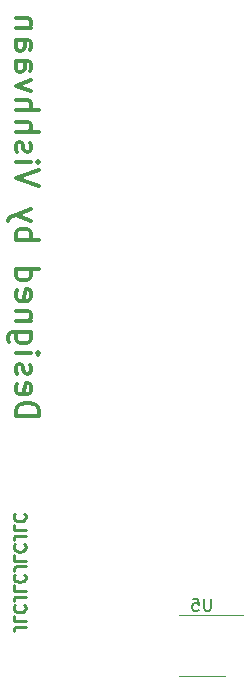
<source format=gbr>
G04 #@! TF.GenerationSoftware,KiCad,Pcbnew,5.1.6*
G04 #@! TF.CreationDate,2020-06-25T20:11:56-04:00*
G04 #@! TF.ProjectId,EVE-PCB-V4,4556452d-5043-4422-9d56-342e6b696361,rev?*
G04 #@! TF.SameCoordinates,Original*
G04 #@! TF.FileFunction,Legend,Bot*
G04 #@! TF.FilePolarity,Positive*
%FSLAX46Y46*%
G04 Gerber Fmt 4.6, Leading zero omitted, Abs format (unit mm)*
G04 Created by KiCad (PCBNEW 5.1.6) date 2020-06-25 20:11:56*
%MOMM*%
%LPD*%
G01*
G04 APERTURE LIST*
%ADD10C,0.250000*%
%ADD11C,0.300000*%
%ADD12C,0.120000*%
%ADD13C,0.150000*%
G04 APERTURE END LIST*
D10*
X90362019Y-87575447D02*
X89647733Y-87575447D01*
X89504876Y-87623066D01*
X89409638Y-87718304D01*
X89362019Y-87861161D01*
X89362019Y-87956400D01*
X89362019Y-86623066D02*
X89362019Y-87099257D01*
X90362019Y-87099257D01*
X89457257Y-85718304D02*
X89409638Y-85765923D01*
X89362019Y-85908780D01*
X89362019Y-86004019D01*
X89409638Y-86146876D01*
X89504876Y-86242114D01*
X89600114Y-86289733D01*
X89790590Y-86337352D01*
X89933447Y-86337352D01*
X90123923Y-86289733D01*
X90219161Y-86242114D01*
X90314400Y-86146876D01*
X90362019Y-86004019D01*
X90362019Y-85908780D01*
X90314400Y-85765923D01*
X90266780Y-85718304D01*
X90362019Y-85004019D02*
X89647733Y-85004019D01*
X89504876Y-85051638D01*
X89409638Y-85146876D01*
X89362019Y-85289733D01*
X89362019Y-85384971D01*
X89362019Y-84051638D02*
X89362019Y-84527828D01*
X90362019Y-84527828D01*
X89457257Y-83146876D02*
X89409638Y-83194495D01*
X89362019Y-83337352D01*
X89362019Y-83432590D01*
X89409638Y-83575447D01*
X89504876Y-83670685D01*
X89600114Y-83718304D01*
X89790590Y-83765923D01*
X89933447Y-83765923D01*
X90123923Y-83718304D01*
X90219161Y-83670685D01*
X90314400Y-83575447D01*
X90362019Y-83432590D01*
X90362019Y-83337352D01*
X90314400Y-83194495D01*
X90266780Y-83146876D01*
X90362019Y-82432590D02*
X89647733Y-82432590D01*
X89504876Y-82480209D01*
X89409638Y-82575447D01*
X89362019Y-82718304D01*
X89362019Y-82813542D01*
X89362019Y-81480209D02*
X89362019Y-81956400D01*
X90362019Y-81956400D01*
X89457257Y-80575447D02*
X89409638Y-80623066D01*
X89362019Y-80765923D01*
X89362019Y-80861161D01*
X89409638Y-81004019D01*
X89504876Y-81099257D01*
X89600114Y-81146876D01*
X89790590Y-81194495D01*
X89933447Y-81194495D01*
X90123923Y-81146876D01*
X90219161Y-81099257D01*
X90314400Y-81004019D01*
X90362019Y-80861161D01*
X90362019Y-80765923D01*
X90314400Y-80623066D01*
X90266780Y-80575447D01*
X90362019Y-79861161D02*
X89647733Y-79861161D01*
X89504876Y-79908780D01*
X89409638Y-80004019D01*
X89362019Y-80146876D01*
X89362019Y-80242114D01*
X89362019Y-78908780D02*
X89362019Y-79384971D01*
X90362019Y-79384971D01*
X89457257Y-78004019D02*
X89409638Y-78051638D01*
X89362019Y-78194495D01*
X89362019Y-78289733D01*
X89409638Y-78432590D01*
X89504876Y-78527828D01*
X89600114Y-78575447D01*
X89790590Y-78623066D01*
X89933447Y-78623066D01*
X90123923Y-78575447D01*
X90219161Y-78527828D01*
X90314400Y-78432590D01*
X90362019Y-78289733D01*
X90362019Y-78194495D01*
X90314400Y-78051638D01*
X90266780Y-78004019D01*
D11*
X89519238Y-69752642D02*
X91519238Y-69752642D01*
X91519238Y-69276452D01*
X91424000Y-68990738D01*
X91233523Y-68800261D01*
X91043047Y-68705023D01*
X90662095Y-68609785D01*
X90376380Y-68609785D01*
X89995428Y-68705023D01*
X89804952Y-68800261D01*
X89614476Y-68990738D01*
X89519238Y-69276452D01*
X89519238Y-69752642D01*
X89614476Y-66990738D02*
X89519238Y-67181214D01*
X89519238Y-67562166D01*
X89614476Y-67752642D01*
X89804952Y-67847880D01*
X90566857Y-67847880D01*
X90757333Y-67752642D01*
X90852571Y-67562166D01*
X90852571Y-67181214D01*
X90757333Y-66990738D01*
X90566857Y-66895500D01*
X90376380Y-66895500D01*
X90185904Y-67847880D01*
X89614476Y-66133595D02*
X89519238Y-65943119D01*
X89519238Y-65562166D01*
X89614476Y-65371690D01*
X89804952Y-65276452D01*
X89900190Y-65276452D01*
X90090666Y-65371690D01*
X90185904Y-65562166D01*
X90185904Y-65847880D01*
X90281142Y-66038357D01*
X90471619Y-66133595D01*
X90566857Y-66133595D01*
X90757333Y-66038357D01*
X90852571Y-65847880D01*
X90852571Y-65562166D01*
X90757333Y-65371690D01*
X89519238Y-64419309D02*
X90852571Y-64419309D01*
X91519238Y-64419309D02*
X91424000Y-64514547D01*
X91328761Y-64419309D01*
X91424000Y-64324071D01*
X91519238Y-64419309D01*
X91328761Y-64419309D01*
X90852571Y-62609785D02*
X89233523Y-62609785D01*
X89043047Y-62705023D01*
X88947809Y-62800261D01*
X88852571Y-62990738D01*
X88852571Y-63276452D01*
X88947809Y-63466928D01*
X89614476Y-62609785D02*
X89519238Y-62800261D01*
X89519238Y-63181214D01*
X89614476Y-63371690D01*
X89709714Y-63466928D01*
X89900190Y-63562166D01*
X90471619Y-63562166D01*
X90662095Y-63466928D01*
X90757333Y-63371690D01*
X90852571Y-63181214D01*
X90852571Y-62800261D01*
X90757333Y-62609785D01*
X90852571Y-61657404D02*
X89519238Y-61657404D01*
X90662095Y-61657404D02*
X90757333Y-61562166D01*
X90852571Y-61371690D01*
X90852571Y-61085976D01*
X90757333Y-60895500D01*
X90566857Y-60800261D01*
X89519238Y-60800261D01*
X89614476Y-59085976D02*
X89519238Y-59276452D01*
X89519238Y-59657404D01*
X89614476Y-59847880D01*
X89804952Y-59943119D01*
X90566857Y-59943119D01*
X90757333Y-59847880D01*
X90852571Y-59657404D01*
X90852571Y-59276452D01*
X90757333Y-59085976D01*
X90566857Y-58990738D01*
X90376380Y-58990738D01*
X90185904Y-59943119D01*
X89519238Y-57276452D02*
X91519238Y-57276452D01*
X89614476Y-57276452D02*
X89519238Y-57466928D01*
X89519238Y-57847880D01*
X89614476Y-58038357D01*
X89709714Y-58133595D01*
X89900190Y-58228833D01*
X90471619Y-58228833D01*
X90662095Y-58133595D01*
X90757333Y-58038357D01*
X90852571Y-57847880D01*
X90852571Y-57466928D01*
X90757333Y-57276452D01*
X89519238Y-54800261D02*
X91519238Y-54800261D01*
X90757333Y-54800261D02*
X90852571Y-54609785D01*
X90852571Y-54228833D01*
X90757333Y-54038357D01*
X90662095Y-53943119D01*
X90471619Y-53847880D01*
X89900190Y-53847880D01*
X89709714Y-53943119D01*
X89614476Y-54038357D01*
X89519238Y-54228833D01*
X89519238Y-54609785D01*
X89614476Y-54800261D01*
X90852571Y-53181214D02*
X89519238Y-52705023D01*
X90852571Y-52228833D02*
X89519238Y-52705023D01*
X89043047Y-52895500D01*
X88947809Y-52990738D01*
X88852571Y-53181214D01*
X91519238Y-50228833D02*
X89519238Y-49562166D01*
X91519238Y-48895500D01*
X89519238Y-48228833D02*
X90852571Y-48228833D01*
X91519238Y-48228833D02*
X91424000Y-48324071D01*
X91328761Y-48228833D01*
X91424000Y-48133595D01*
X91519238Y-48228833D01*
X91328761Y-48228833D01*
X89614476Y-47371690D02*
X89519238Y-47181214D01*
X89519238Y-46800261D01*
X89614476Y-46609785D01*
X89804952Y-46514547D01*
X89900190Y-46514547D01*
X90090666Y-46609785D01*
X90185904Y-46800261D01*
X90185904Y-47085976D01*
X90281142Y-47276452D01*
X90471619Y-47371690D01*
X90566857Y-47371690D01*
X90757333Y-47276452D01*
X90852571Y-47085976D01*
X90852571Y-46800261D01*
X90757333Y-46609785D01*
X89519238Y-45657404D02*
X91519238Y-45657404D01*
X89519238Y-44800261D02*
X90566857Y-44800261D01*
X90757333Y-44895500D01*
X90852571Y-45085976D01*
X90852571Y-45371690D01*
X90757333Y-45562166D01*
X90662095Y-45657404D01*
X89519238Y-43847880D02*
X91519238Y-43847880D01*
X89519238Y-42990738D02*
X90566857Y-42990738D01*
X90757333Y-43085976D01*
X90852571Y-43276452D01*
X90852571Y-43562166D01*
X90757333Y-43752642D01*
X90662095Y-43847880D01*
X90852571Y-42228833D02*
X89519238Y-41752642D01*
X90852571Y-41276452D01*
X89519238Y-39657404D02*
X90566857Y-39657404D01*
X90757333Y-39752642D01*
X90852571Y-39943119D01*
X90852571Y-40324071D01*
X90757333Y-40514547D01*
X89614476Y-39657404D02*
X89519238Y-39847880D01*
X89519238Y-40324071D01*
X89614476Y-40514547D01*
X89804952Y-40609785D01*
X89995428Y-40609785D01*
X90185904Y-40514547D01*
X90281142Y-40324071D01*
X90281142Y-39847880D01*
X90376380Y-39657404D01*
X89519238Y-37847880D02*
X90566857Y-37847880D01*
X90757333Y-37943119D01*
X90852571Y-38133595D01*
X90852571Y-38514547D01*
X90757333Y-38705023D01*
X89614476Y-37847880D02*
X89519238Y-38038357D01*
X89519238Y-38514547D01*
X89614476Y-38705023D01*
X89804952Y-38800261D01*
X89995428Y-38800261D01*
X90185904Y-38705023D01*
X90281142Y-38514547D01*
X90281142Y-38038357D01*
X90376380Y-37847880D01*
X90852571Y-36895500D02*
X89519238Y-36895500D01*
X90662095Y-36895500D02*
X90757333Y-36800261D01*
X90852571Y-36609785D01*
X90852571Y-36324071D01*
X90757333Y-36133595D01*
X90566857Y-36038357D01*
X89519238Y-36038357D01*
D12*
X105283000Y-86594000D02*
X108733000Y-86594000D01*
X105283000Y-86594000D02*
X103333000Y-86594000D01*
X105283000Y-91714000D02*
X107233000Y-91714000D01*
X105283000Y-91714000D02*
X103333000Y-91714000D01*
D13*
X106044904Y-85206380D02*
X106044904Y-86015904D01*
X105997285Y-86111142D01*
X105949666Y-86158761D01*
X105854428Y-86206380D01*
X105663952Y-86206380D01*
X105568714Y-86158761D01*
X105521095Y-86111142D01*
X105473476Y-86015904D01*
X105473476Y-85206380D01*
X104521095Y-85206380D02*
X104997285Y-85206380D01*
X105044904Y-85682571D01*
X104997285Y-85634952D01*
X104902047Y-85587333D01*
X104663952Y-85587333D01*
X104568714Y-85634952D01*
X104521095Y-85682571D01*
X104473476Y-85777809D01*
X104473476Y-86015904D01*
X104521095Y-86111142D01*
X104568714Y-86158761D01*
X104663952Y-86206380D01*
X104902047Y-86206380D01*
X104997285Y-86158761D01*
X105044904Y-86111142D01*
M02*

</source>
